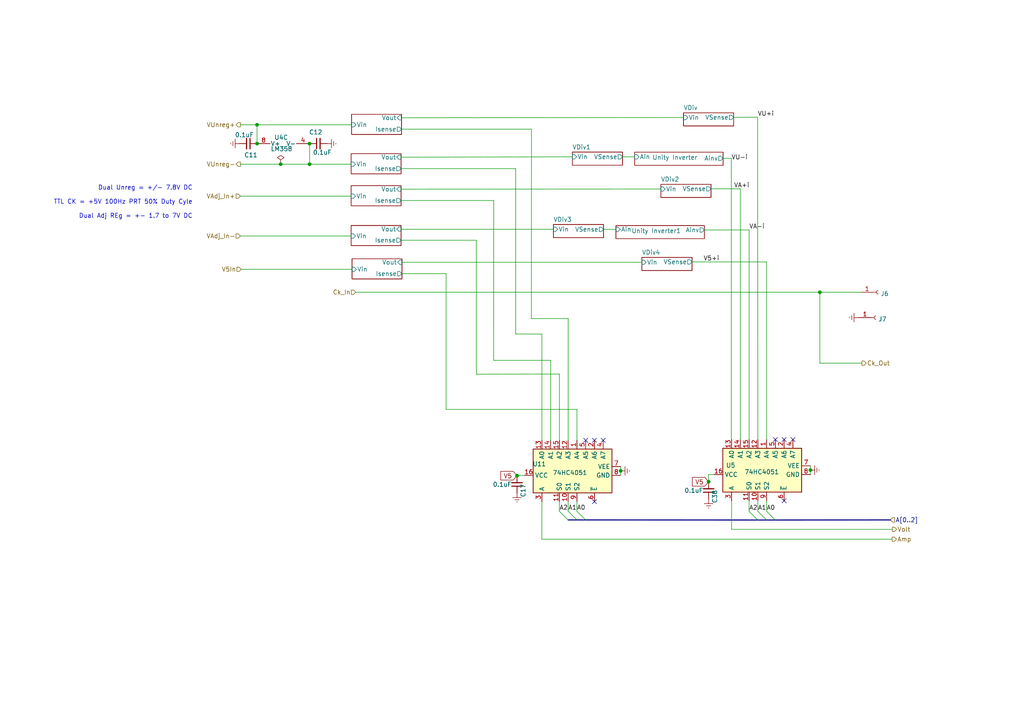
<source format=kicad_sch>
(kicad_sch (version 20211123) (generator eeschema)
  (paper "A4")
  (lib_symbols
    (symbol "74xx:74HC4051"
      (property "Reference" "U" (at -5.08 11.43 0))
      (property "Value" "74HC4051" (at -7.62 -13.97 0))
      (symbol "74HC4051_0_1"
        (rectangle (start -5.08 10.16) (end 7.62 -12.7) (stroke (width 0.254)) (fill (type background)))
      )
      (symbol "74HC4051_1_1"
        (pin passive line (at 10.16 -2.54 180) (length 2.54) (name "A4") (number "1"))
        (pin input line (at -7.62 0 0) (length 2.54) (name "S1") (number "10"))
        (pin input line (at -7.62 2.54 0) (length 2.54) (name "S0") (number "11"))
        (pin passive line (at 10.16 0 180) (length 2.54) (name "A3") (number "12"))
        (pin passive line (at 10.16 7.62 180) (length 2.54) (name "A0") (number "13"))
        (pin passive line (at 10.16 5.08 180) (length 2.54) (name "A1") (number "14"))
        (pin passive line (at 10.16 2.54 180) (length 2.54) (name "A2") (number "15"))
        (pin power_in line (at 0 12.7 270) (length 2.54) (name "VCC") (number "16"))
        (pin passive line (at 10.16 -7.62 180) (length 2.54) (name "A6") (number "2"))
        (pin passive line (at -7.62 7.62 0) (length 2.54) (name "A") (number "3"))
        (pin passive line (at 10.16 -10.16 180) (length 2.54) (name "A7") (number "4"))
        (pin passive line (at 10.16 -5.08 180) (length 2.54) (name "A5") (number "5"))
        (pin input line (at -7.62 -7.62 0) (length 2.54) (name "~{E}") (number "6"))
        (pin power_in line (at 2.54 -15.24 90) (length 2.54) (name "VEE") (number "7"))
        (pin power_in line (at 0 -15.24 90) (length 2.54) (name "GND") (number "8"))
        (pin input line (at -7.62 -2.54 0) (length 2.54) (name "S2") (number "9"))
      )
    )
    (symbol "Amplifier_Operational:LM358" (pin_names (offset 0.127))
      (property "Reference" "U" (at 0 5.08 0))
      (property "Value" "LM358" (at 0 -5.08 0))
      (symbol "LM358_1_1"
        (polyline (pts (xy -5.08 5.08) (xy 5.08 0) (xy -5.08 -5.08) (xy -5.08 5.08)) (stroke (width 0.254)) (fill (type background)))
        (pin output line (at 7.62 0 180) (length 2.54) (name "~") (number "1"))
        (pin input line (at -7.62 -2.54 0) (length 2.54) (name "-") (number "2"))
        (pin input line (at -7.62 2.54 0) (length 2.54) (name "+") (number "3"))
      )
      (symbol "LM358_2_1"
        (polyline (pts (xy -5.08 5.08) (xy 5.08 0) (xy -5.08 -5.08) (xy -5.08 5.08)) (stroke (width 0.254)) (fill (type background)))
        (pin input line (at -7.62 2.54 0) (length 2.54) (name "+") (number "5"))
        (pin input line (at -7.62 -2.54 0) (length 2.54) (name "-") (number "6"))
        (pin output line (at 7.62 0 180) (length 2.54) (name "~") (number "7"))
      )
      (symbol "LM358_3_1"
        (pin power_in line (at -2.54 -7.62 90) (length 3.81) (name "V-") (number "4"))
        (pin power_in line (at -2.54 7.62 270) (length 3.81) (name "V+") (number "8"))
      )
    )
    (symbol "Connector:Conn_01x01_Female" (pin_names (offset 1.016) hide)
      (property "Reference" "J" (at 0 2.54 0))
      (property "Value" "Conn_01x01_Female" (at 0 -2.54 0))
      (symbol "Conn_01x01_Female_1_1"
        (polyline (pts (xy -1.27 0) (xy -0.508 0)) (stroke (width 0.1524)))
        (arc (start 0 0.508) (mid -0.508 0) (end 0 -0.508) (stroke (width 0.1524)))
        (pin passive line (at -5.08 0 0) (length 3.81) (name "Pin_1") (number "1"))
      )
    )
    (symbol "Device:C_Small" (pin_numbers hide) (pin_names (offset 0.254) hide)
      (property "Reference" "C" (at 0.254 1.778 0))
      (property "Value" "C_Small" (at 0.254 -2.032 0))
      (symbol "C_Small_0_1"
        (polyline (pts (xy -1.524 -0.508) (xy 1.524 -0.508)) (stroke (width 0.3302)))
        (polyline (pts (xy -1.524 0.508) (xy 1.524 0.508)) (stroke (width 0.3048)))
      )
      (symbol "C_Small_1_1"
        (pin passive line (at 0 2.54 270) (length 2.032) (name "~") (number "1"))
        (pin passive line (at 0 -2.54 90) (length 2.032) (name "~") (number "2"))
      )
    )
    (symbol "power:GNDREF" (power) (pin_names (offset 0))
      (property "Value" "GNDREF" (at 0 -3.81 0))
      (symbol "GNDREF_0_1"
        (polyline (pts (xy -0.635 -1.905) (xy 0.635 -1.905)))
        (polyline (pts (xy -0.127 -2.54) (xy 0.127 -2.54)))
        (polyline (pts (xy 0 -1.27) (xy 0 0)))
        (polyline (pts (xy 1.27 -1.27) (xy -1.27 -1.27)))
      )
      (symbol "GNDREF_1_1"
        (pin power_in line (at 0 0 270) (length 0) hide (name "GNDREF") (number "1"))
      )
    )
    (symbol "power:PWR_FLAG" (power) (pin_numbers hide) (pin_names (offset 0) hide)
      (property "Value" "PWR_FLAG" (at 0 3.81 0))
      (symbol "PWR_FLAG_0_0"
        (pin power_out line (at 0 0 90) (length 0) (name "pwr") (number "1"))
      )
      (symbol "PWR_FLAG_0_1"
        (polyline (pts (xy 0 0) (xy 0 1.27) (xy -1.016 1.905) (xy 0 2.54) (xy 1.016 1.905) (xy 0 1.27)))
      )
    )
  )
  (junction (at 89.789 41.656))
  (junction (at 237.7948 84.7598))
  (junction (at 205.5368 139.7254))
  (junction (at 74.549 41.656))
  (junction (at 149.9616 137.9728))
  (junction (at 180.0098 136.5758))
  (junction (at 74.549 36.195))
  (junction (at 89.789 47.625))
  (junction (at 235.0262 136.3472))
  (junction (at 81.407 47.625))
  (no_connect (at 227.4316 145.2626))
  (no_connect (at 172.4152 145.4912))
  (no_connect (at 229.9716 127.4826))
  (no_connect (at 227.4316 127.4826))
  (no_connect (at 224.8916 127.4826))
  (no_connect (at 172.4152 127.7112))
  (no_connect (at 174.9552 127.7112))
  (no_connect (at 169.8752 127.7112))
  (bus_entry (at 219.7862 148.2852) (size 2.54 2.54))
  (bus_entry (at 167.3098 148.2598) (size 2.54 2.54))
  (bus_entry (at 164.7698 148.2598) (size 2.54 2.54))
  (bus_entry (at 162.2298 148.2598) (size 2.54 2.54))
  (bus_entry (at 217.2462 148.2852) (size 2.54 2.54))
  (bus_entry (at 222.3262 148.2852) (size 2.54 2.54))
  (wire (pts (xy 154.1526 37.465) (xy 154.1272 92.4052)))
  (wire (pts (xy 116.332 58.166) (xy 143.2052 58.166)))
  (wire (pts (xy 116.6114 66.4972) (xy 116.6114 66.4464)))
  (wire (pts (xy 157.1498 156.3878) (xy 258.7498 156.3878)))
  (wire (pts (xy 212.1916 153.543) (xy 258.8006 153.543)))
  (bus (pts (xy 169.8498 150.7998) (xy 219.7862 150.8252)))
  (wire (pts (xy 157.1752 145.4912) (xy 157.1498 156.3878)))
  (wire (pts (xy 116.332 69.6722) (xy 138.1506 69.6722)))
  (wire (pts (xy 149.9616 137.8712) (xy 149.9616 137.9728)))
  (wire (pts (xy 237.7948 105.3338) (xy 249.9868 105.3338)))
  (wire (pts (xy 157.1752 96.901) (xy 149.5806 96.8756)))
  (wire (pts (xy 143.1798 104.521) (xy 159.7152 104.521)))
  (wire (pts (xy 200.7201 75.9714) (xy 222.3516 75.9714)))
  (wire (pts (xy 206.2279 54.7624) (xy 214.7316 54.7624)))
  (wire (pts (xy 214.7316 54.7624) (xy 214.7316 127.4826)))
  (wire (pts (xy 149.5806 48.895) (xy 116.332 48.895)))
  (wire (pts (xy 212.1154 127.4826) (xy 212.1916 127.4826)))
  (wire (pts (xy 116.586 76.073) (xy 186.1659 76.073)))
  (wire (pts (xy 138.1506 108.5342) (xy 162.2552 108.4834)))
  (wire (pts (xy 209.7326 45.9232) (xy 212.1154 45.9232)))
  (wire (pts (xy 212.1916 145.2626) (xy 212.1916 153.543)))
  (wire (pts (xy 89.789 47.625) (xy 101.854 47.625)))
  (wire (pts (xy 205.5368 139.7762) (xy 205.5368 139.7254)))
  (wire (pts (xy 69.723 68.453) (xy 101.854 68.453)))
  (wire (pts (xy 129.3876 79.375) (xy 116.586 79.375)))
  (wire (pts (xy 157.1752 127.7112) (xy 157.1752 96.901)))
  (wire (pts (xy 116.459 37.465) (xy 154.1526 37.465)))
  (bus (pts (xy 164.7698 150.7998) (xy 167.3098 150.7998)))
  (wire (pts (xy 69.977 78.105) (xy 102.108 78.105)))
  (wire (pts (xy 149.5806 96.8756) (xy 149.5806 48.895)))
  (bus (pts (xy 222.3262 150.8252) (xy 224.8662 150.8252)))
  (bus (pts (xy 219.7862 150.8252) (xy 222.3262 150.8252)))
  (wire (pts (xy 162.2552 145.4912) (xy 162.2298 148.2598)))
  (wire (pts (xy 219.8116 145.2626) (xy 219.7862 148.2852)))
  (wire (pts (xy 212.8012 34.042) (xy 219.7354 33.9852)))
  (wire (pts (xy 167.3352 145.4912) (xy 167.3098 148.2598)))
  (wire (pts (xy 74.549 36.195) (xy 101.981 36.195)))
  (bus (pts (xy 224.8662 150.8252) (xy 258.2418 150.7998)))
  (wire (pts (xy 162.2552 108.4834) (xy 162.2552 127.7112)))
  (wire (pts (xy 180.0352 135.3312) (xy 180.0098 136.5758)))
  (wire (pts (xy 89.789 41.656) (xy 89.789 47.625)))
  (wire (pts (xy 69.723 47.625) (xy 81.407 47.625)))
  (wire (pts (xy 237.7948 84.7598) (xy 249.6058 84.7598)))
  (wire (pts (xy 212.1154 45.9232) (xy 212.1154 127.4826)))
  (wire (pts (xy 129.3876 118.745) (xy 129.3876 79.375)))
  (wire (pts (xy 69.723 36.195) (xy 74.549 36.195)))
  (wire (pts (xy 217.2716 66.7004) (xy 217.2716 127.4826)))
  (wire (pts (xy 217.2716 145.2626) (xy 217.2462 148.2852)))
  (wire (pts (xy 219.7354 33.9852) (xy 219.8116 127.4826)))
  (wire (pts (xy 180.548 45.4914) (xy 184.0786 45.4914)))
  (wire (pts (xy 164.7952 145.4912) (xy 164.7698 148.2598)))
  (wire (pts (xy 81.407 47.625) (xy 89.789 47.625)))
  (wire (pts (xy 74.549 36.195) (xy 74.549 41.656)))
  (wire (pts (xy 222.3516 145.2626) (xy 222.3262 148.2852)))
  (wire (pts (xy 237.7948 84.7598) (xy 237.7948 105.3338)))
  (wire (pts (xy 222.3516 127.4826) (xy 222.3516 75.9714)))
  (wire (pts (xy 235.0516 135.1026) (xy 235.0262 136.3472)))
  (wire (pts (xy 164.7952 92.3798) (xy 164.7952 127.7112)))
  (wire (pts (xy 143.2052 58.166) (xy 143.1798 104.521)))
  (wire (pts (xy 235.0262 136.3472) (xy 235.0516 137.6426)))
  (wire (pts (xy 116.459 34.163) (xy 198.247 34.0868)))
  (wire (pts (xy 116.332 54.864) (xy 191.6737 54.8258)))
  (wire (pts (xy 103.1748 84.7598) (xy 237.7948 84.7598)))
  (wire (pts (xy 205.5368 139.7254) (xy 205.486 137.6426)))
  (wire (pts (xy 69.723 56.896) (xy 101.854 56.896)))
  (wire (pts (xy 160.5026 66.4972) (xy 116.6114 66.4972)))
  (wire (pts (xy 205.486 137.6426) (xy 207.1116 137.6426)))
  (wire (pts (xy 167.3352 118.745) (xy 167.3352 127.7112)))
  (wire (pts (xy 167.3352 118.745) (xy 129.3876 118.745)))
  (wire (pts (xy 159.7152 104.521) (xy 159.7152 127.7112)))
  (wire (pts (xy 204.2922 66.7004) (xy 217.2716 66.7004)))
  (wire (pts (xy 152.0952 137.8712) (xy 149.9616 137.8712)))
  (wire (pts (xy 138.1506 69.6722) (xy 138.1506 108.5342)))
  (wire (pts (xy 154.1272 92.4052) (xy 164.7952 92.3798)))
  (wire (pts (xy 116.332 45.593) (xy 165.9938 45.4854)))
  (wire (pts (xy 116.6114 66.4464) (xy 116.332 66.4464)))
  (bus (pts (xy 167.3098 150.7998) (xy 169.8498 150.7998)))
  (wire (pts (xy 180.0098 136.5758) (xy 180.0352 137.8712)))
  (wire (pts (xy 178.6382 66.5226) (xy 175.0568 66.5226)))
  (text "Dual Unreg = +/- 7.8V DC\n\nTTL CK = +5V 100Hz PRT 50% Duty Cyle\n\nDual Adj REg = +- 1.7 to 7V DC" (at 55.88 63.5 0) (effects (font (size 1.27 1.27)) (justify right bottom)))
  (label "A1" (at 164.7698 148.2598 0))
  (label "VU-i" (at 212.1154 46.6344 0))
  (label "A0" (at 167.3098 148.2598 0))
  (label "A0" (at 222.3262 148.2852 0))
  (label "VU+i" (at 219.7354 33.9852 0))
  (label "V5+i" (at 204.0128 75.9714 0))
  (label "A2" (at 217.2462 148.2852 0))
  (label "A2" (at 162.2298 148.2598 0))
  (label "A1" (at 219.7862 148.2852 0))
  (label "VA+i" (at 212.852 54.7624 0))
  (label "VA-i" (at 217.2716 66.7004 0))
  (global_label "V5" (shape input) (at 149.9616 137.9728 180) (property "Intersheet References" "${INTERSHEET_REFS}" (at 145.3393 137.8934 0) (effects (justify right))))
  (global_label "V5" (shape input) (at 205.5368 139.7254 180) (property "Intersheet References" "${INTERSHEET_REFS}" (at 200.9145 139.646 0) (effects (justify right))))
  (hierarchical_label "VAdj_In-" (shape input) (at 69.723 68.453 180))
  (hierarchical_label "Ck_In" (shape input) (at 103.1748 84.7598 180))
  (hierarchical_label "A[0..2]" (shape input) (at 258.2418 150.7998 0))
  (hierarchical_label "V5In" (shape input) (at 69.977 78.105 180))
  (hierarchical_label "Amp" (shape output) (at 258.7498 156.3878 0))
  (hierarchical_label "VUnreg+" (shape output) (at 69.723 36.195 180))
  (hierarchical_label "VUnreg-" (shape output) (at 69.723 47.625 180))
  (hierarchical_label "Ck_Out" (shape output) (at 249.9868 105.3338 0))
  (hierarchical_label "VAdj_In+" (shape input) (at 69.723 56.896 180))
  (hierarchical_label "Volt" (shape output) (at 258.8006 153.543 0))
  (symbol (lib_id "power:GNDREF") (at 180.0098 136.5758 90) (unit 1)
    (property "Reference" "#PWR018" (effects hide))
    (property "Value" "GNDREF" (effects hide))
  )
  (symbol (lib_id "Connector:Conn_01x01_Female") (at 254.0508 92.1258 0) (unit 1)
    (property "Reference" "J7" (at 254.762 92.5596 0) (effects (justify left)))
    (property "Value" "Conn_01x01_Female" (effects hide))
    (property "Footprint" "Connector_PinHeader_2.54mm:PinHeader_1x01_P2.54mm_Vertical" (effects hide))
  )
  (symbol (lib_id "power:GNDREF") (at 248.9708 92.1258 270) (unit 1)
    (property "Reference" "#PWR017" (effects hide))
    (property "Value" "GNDREF" (effects hide))
  )
  (symbol (lib_id "Device:C_Small") (at 92.329 41.656 90) (unit 1)
    (property "Reference" "C12" (at 91.567 38.354 90))
    (property "Value" "0.1uF" (at 93.472 44.196 90))
    (property "Footprint" "Capacitor_SMD:C_0603_1608Metric" (effects hide))
  )
  (symbol (lib_id "power:GNDREF") (at 205.5368 144.8054 0) (mirror y) (unit 1)
    (property "Reference" "#PWR0102" (effects hide))
    (property "Value" "GNDREF" (effects hide))
  )
  (symbol (lib_id "Amplifier_Operational:LM358") (at 82.169 39.116 90) (unit 3)
    (property "Reference" "U4" (at 83.566 39.878 90) (effects (justify left)))
    (property "Value" "LM358" (at 84.836 43.18 90) (effects (justify left)))
    (property "Footprint" "Package_TO_SOT_SMD:SOT-223-8" (effects hide))
    (property "Datasheet" "http://www.ti.com/lit/ds/symlink/lm2904-n.pdf" (effects hide))
  )
  (symbol (lib_id "Device:C_Small") (at 205.5368 142.2654 0) (mirror x) (unit 1)
    (property "Reference" "C38" (at 207.3148 144.0434 90))
    (property "Value" "0.1uF" (at 201.2188 142.2654 0))
    (property "Footprint" "Capacitor_SMD:C_0603_1608Metric" (effects hide))
  )
  (symbol (lib_id "74xx:74HC4051") (at 219.8116 137.6426 90) (unit 1)
    (property "Reference" "U5" (at 211.9376 134.9756 90))
    (property "Value" "74HC4051" (at 220.9546 136.8806 90))
    (property "Footprint" "Package_SO:TSSOP-16-1EP_4.4x5mm_P0.65mm" (effects hide))
    (property "Datasheet" "http://www.ti.com/lit/ds/symlink/cd74hc4051.pdf" (effects hide))
  )
  (symbol (lib_id "74xx:74HC4051") (at 164.7952 137.8712 90) (unit 1)
    (property "Reference" "U11" (at 156.4132 134.5692 90))
    (property "Value" "74HC4051" (at 165.3032 137.1092 90))
    (property "Footprint" "Package_SO:TSSOP-16-1EP_4.4x5mm_P0.65mm" (effects hide))
    (property "Datasheet" "http://www.ti.com/lit/ds/symlink/cd74hc4051.pdf" (effects hide))
  )
  (symbol (lib_id "power:GNDREF") (at 235.0262 136.3472 90) (unit 1)
    (property "Reference" "#PWR0101" (effects hide))
    (property "Value" "GNDREF" (effects hide))
  )
  (symbol (lib_id "Connector:Conn_01x01_Female") (at 254.6858 84.7598 0) (unit 1)
    (property "Reference" "J6" (at 255.397 85.1936 0) (effects (justify left)))
    (property "Value" "Conn_01x01_Female" (effects hide))
    (property "Footprint" "Connector_PinHeader_2.54mm:PinHeader_1x01_P2.54mm_Vertical" (effects hide))
  )
  (symbol (lib_id "power:GNDREF") (at 69.469 41.656 270) (unit 1)
    (property "Reference" "#PWR011" (effects hide))
    (property "Value" "GNDREF" (effects hide))
  )
  (symbol (lib_id "Device:C_Small") (at 72.009 41.656 270) (unit 1)
    (property "Reference" "C11" (at 72.771 44.958 90))
    (property "Value" "0.1uF" (at 70.866 39.116 90))
    (property "Footprint" "Capacitor_SMD:C_0603_1608Metric" (effects hide))
  )
  (symbol (lib_id "power:GNDREF") (at 94.869 41.656 90) (unit 1)
    (property "Reference" "#PWR012" (effects hide))
    (property "Value" "GNDREF" (effects hide))
  )
  (symbol (lib_id "power:PWR_FLAG") (at 81.407 47.625 0) (unit 1)
    (property "Reference" "#FLG01" (effects hide))
    (property "Value" "PWR_FLAG" (effects hide))
  )
  (symbol (lib_id "Device:C_Small") (at 149.9616 140.5128 0) (mirror x) (unit 1)
    (property "Reference" "C17" (at 151.7396 142.2908 90))
    (property "Value" "0.1uF" (at 145.6436 140.5128 0))
    (property "Footprint" "Capacitor_SMD:C_0603_1608Metric" (effects hide))
  )
  (symbol (lib_id "power:GNDREF") (at 149.9616 143.0528 0) (mirror y) (unit 1)
    (property "Reference" "#PWR019" (effects hide))
    (property "Value" "GNDREF" (effects hide))
  )
  (sheet (at 184.0786 44.1392) (size 25.654 3.81) (stroke (width 0.1524))
    (property "Sheet name" "Unity Inverter" (at 195.7626 45.6632 0))
    (property "Sheet file" "UnityInverter.kicad_sch" (effects hide))
    (pin "Ain" input (at 184.0786 45.4914 180))
    (pin "Ainv" output (at 209.7326 45.9232 0))
  )
  (sheet (at 198.247 32.7152) (size 14.5542 3.81) (stroke (width 0.1524))
    (property "Sheet name" "VDiv" (at 198.247 32.0036 0) (effects (justify left bottom)))
    (property "Sheet file" "VoltDivider.kicad_sch" (effects hide))
    (pin "Vin" input (at 198.247 34.0868 180))
    (pin "VSense" output (at 212.8012 34.042 0))
  )
  (sheet (at 160.5026 65.1256) (size 14.5542 3.81) (stroke (width 0.1524))
    (property "Sheet name" "VDiv3" (at 160.5026 64.414 0) (effects (justify left bottom)))
    (property "Sheet file" "VoltDivider.kicad_sch" (effects hide))
    (pin "Vin" input (at 160.5026 66.4972 180))
    (pin "VSense" output (at 175.0568 66.5226 0))
  )
  (sheet (at 186.1659 74.6498) (size 14.5542 3.81) (stroke (width 0.1524))
    (property "Sheet name" "VDiv4" (at 186.1659 73.9382 0) (effects (justify left bottom)))
    (property "Sheet file" "VoltDivider.kicad_sch" (effects hide))
    (pin "Vin" input (at 186.1659 76.073 180))
    (pin "VSense" output (at 200.7201 75.9714 0))
  )
  (sheet (at 101.854 44.577) (size 14.478 5.842) (stroke (width 0.1524))
    (property "Sheet name" "Curent and Volt5" (effects hide))
    (property "Sheet file" "CurrentVolt.kicad_sch" (effects hide))
    (pin "Isense" output (at 116.332 48.895 0))
    (pin "Vin" input (at 101.854 47.625 180))
    (pin "Vout" input (at 116.332 45.593 0))
  )
  (sheet (at 101.854 65.405) (size 14.478 5.842) (stroke (width 0.1524))
    (property "Sheet name" "Curent and Volt7" (effects hide))
    (property "Sheet file" "CurrentVolt.kicad_sch" (effects hide))
    (pin "Isense" output (at 116.332 69.6722 0))
    (pin "Vin" input (at 101.854 68.453 180))
    (pin "Vout" input (at 116.332 66.4464 0))
  )
  (sheet (at 178.6382 65.4304) (size 25.654 3.81) (stroke (width 0.1524))
    (property "Sheet name" "Unity Inverter1" (at 190.3222 66.9544 0))
    (property "Sheet file" "UnityInverter.kicad_sch" (effects hide))
    (pin "Ain" input (at 178.6382 66.5226 180))
    (pin "Ainv" output (at 204.2922 66.7004 0))
  )
  (sheet (at 101.981 33.147) (size 14.478 5.842) (stroke (width 0.1524))
    (property "Sheet name" "Curent and Volt4" (effects hide))
    (property "Sheet file" "CurrentVolt.kicad_sch" (effects hide))
    (pin "Isense" output (at 116.459 37.465 0))
    (pin "Vin" input (at 101.981 36.195 180))
    (pin "Vout" input (at 116.459 34.163 0))
  )
  (sheet (at 102.108 75.057) (size 14.478 5.842) (stroke (width 0.1524))
    (property "Sheet name" "Curent and Volt8" (effects hide))
    (property "Sheet file" "CurrentVolt.kicad_sch" (effects hide))
    (pin "Isense" output (at 116.586 79.375 0))
    (pin "Vin" input (at 102.108 78.105 180))
    (pin "Vout" input (at 116.586 76.073 0))
  )
  (sheet (at 101.854 53.848) (size 14.478 5.842) (stroke (width 0.1524))
    (property "Sheet name" "Curent and Volt6" (effects hide))
    (property "Sheet file" "CurrentVolt.kicad_sch" (effects hide))
    (pin "Isense" output (at 116.332 58.166 0))
    (pin "Vin" input (at 101.854 56.896 180))
    (pin "Vout" input (at 116.332 54.864 0))
  )
  (sheet (at 191.6737 53.4542) (size 14.5542 3.81) (stroke (width 0.1524))
    (property "Sheet name" "VDiv2" (at 191.6737 52.7426 0) (effects (justify left bottom)))
    (property "Sheet file" "VoltDivider.kicad_sch" (effects hide))
    (pin "Vin" input (at 191.6737 54.8258 180))
    (pin "VSense" output (at 206.2279 54.7624 0))
  )
  (sheet (at 165.9938 44.1138) (size 14.5542 3.81) (stroke (width 0.1524))
    (property "Sheet name" "VDiv1" (at 165.9938 43.4022 0) (effects (justify left bottom)))
    (property "Sheet file" "VoltDivider.kicad_sch" (effects hide))
    (pin "Vin" input (at 165.9938 45.4854 180))
    (pin "VSense" output (at 180.548 45.4914 0))
  )
)
</source>
